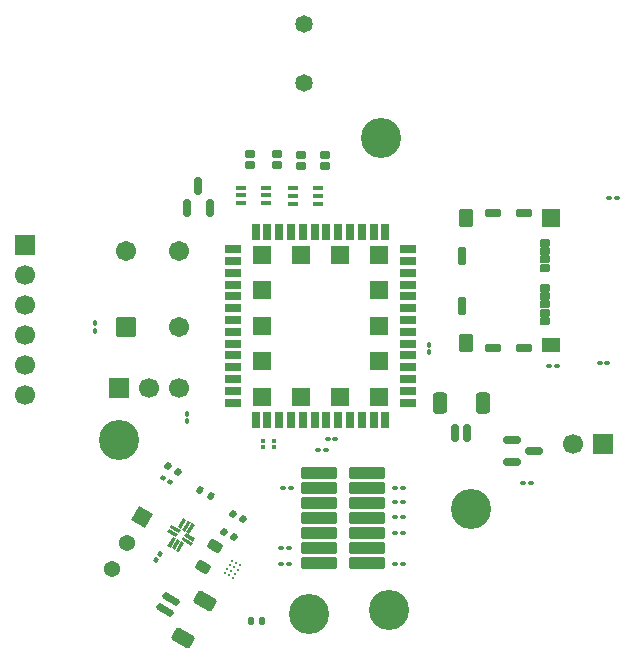
<source format=gbr>
%TF.GenerationSoftware,KiCad,Pcbnew,9.0.2*%
%TF.CreationDate,2025-11-09T00:07:38+05:30*%
%TF.ProjectId,Nade,4e616465-2e6b-4696-9361-645f70636258,rev?*%
%TF.SameCoordinates,Original*%
%TF.FileFunction,Soldermask,Top*%
%TF.FilePolarity,Negative*%
%FSLAX46Y46*%
G04 Gerber Fmt 4.6, Leading zero omitted, Abs format (unit mm)*
G04 Created by KiCad (PCBNEW 9.0.2) date 2025-11-09 00:07:38*
%MOMM*%
%LPD*%
G01*
G04 APERTURE LIST*
G04 Aperture macros list*
%AMRoundRect*
0 Rectangle with rounded corners*
0 $1 Rounding radius*
0 $2 $3 $4 $5 $6 $7 $8 $9 X,Y pos of 4 corners*
0 Add a 4 corners polygon primitive as box body*
4,1,4,$2,$3,$4,$5,$6,$7,$8,$9,$2,$3,0*
0 Add four circle primitives for the rounded corners*
1,1,$1+$1,$2,$3*
1,1,$1+$1,$4,$5*
1,1,$1+$1,$6,$7*
1,1,$1+$1,$8,$9*
0 Add four rect primitives between the rounded corners*
20,1,$1+$1,$2,$3,$4,$5,0*
20,1,$1+$1,$4,$5,$6,$7,0*
20,1,$1+$1,$6,$7,$8,$9,0*
20,1,$1+$1,$8,$9,$2,$3,0*%
%AMRotRect*
0 Rectangle, with rotation*
0 The origin of the aperture is its center*
0 $1 length*
0 $2 width*
0 $3 Rotation angle, in degrees counterclockwise*
0 Add horizontal line*
21,1,$1,$2,0,0,$3*%
G04 Aperture macros list end*
%ADD10C,0.000000*%
%ADD11R,1.700000X1.700000*%
%ADD12C,1.700000*%
%ADD13C,3.400000*%
%ADD14RoundRect,0.102000X0.315000X-0.255000X0.315000X0.255000X-0.315000X0.255000X-0.315000X-0.255000X0*%
%ADD15RoundRect,0.075000X-0.075000X0.125000X-0.075000X-0.125000X0.075000X-0.125000X0.075000X0.125000X0*%
%ADD16R,1.350000X0.650000*%
%ADD17R,0.650000X1.350000*%
%ADD18R,1.500000X1.500000*%
%ADD19RoundRect,0.100000X-0.130000X-0.100000X0.130000X-0.100000X0.130000X0.100000X-0.130000X0.100000X0*%
%ADD20RoundRect,0.100000X0.100000X-0.130000X0.100000X0.130000X-0.100000X0.130000X-0.100000X-0.130000X0*%
%ADD21RotRect,1.371600X1.371600X330.000000*%
%ADD22C,1.371600*%
%ADD23RoundRect,0.100000X0.130000X0.100000X-0.130000X0.100000X-0.130000X-0.100000X0.130000X-0.100000X0*%
%ADD24RoundRect,0.140000X-0.206244X-0.077224X0.036244X-0.217224X0.206244X0.077224X-0.036244X0.217224X0*%
%ADD25RoundRect,0.102000X0.350000X-0.225000X0.350000X0.225000X-0.350000X0.225000X-0.350000X-0.225000X0*%
%ADD26RoundRect,0.102000X0.700000X-0.475000X0.700000X0.475000X-0.700000X0.475000X-0.700000X-0.475000X0*%
%ADD27RoundRect,0.102000X0.700000X-0.650000X0.700000X0.650000X-0.700000X0.650000X-0.700000X-0.650000X0*%
%ADD28RoundRect,0.102000X0.600000X-0.200000X0.600000X0.200000X-0.600000X0.200000X-0.600000X-0.200000X0*%
%ADD29RoundRect,0.102000X0.500000X-0.650000X0.500000X0.650000X-0.500000X0.650000X-0.500000X-0.650000X0*%
%ADD30RoundRect,0.102000X0.200000X-0.700000X0.200000X0.700000X-0.200000X0.700000X-0.200000X-0.700000X0*%
%ADD31RoundRect,0.102000X0.749000X-0.749000X0.749000X0.749000X-0.749000X0.749000X-0.749000X-0.749000X0*%
%ADD32C,1.702000*%
%ADD33RoundRect,0.218750X0.220797X-0.380068X0.439547X-0.001182X-0.220797X0.380068X-0.439547X0.001182X0*%
%ADD34R,0.838200X0.355600*%
%ADD35RoundRect,0.150000X-0.587500X-0.150000X0.587500X-0.150000X0.587500X0.150000X-0.587500X0.150000X0*%
%ADD36RoundRect,0.140000X-0.140000X-0.170000X0.140000X-0.170000X0.140000X0.170000X-0.140000X0.170000X0*%
%ADD37RoundRect,0.075000X0.075000X-0.125000X0.075000X0.125000X-0.075000X0.125000X-0.075000X-0.125000X0*%
%ADD38RoundRect,0.150000X-0.150000X-0.625000X0.150000X-0.625000X0.150000X0.625000X-0.150000X0.625000X0*%
%ADD39RoundRect,0.250000X-0.350000X-0.650000X0.350000X-0.650000X0.350000X0.650000X-0.350000X0.650000X0*%
%ADD40RoundRect,0.100000X-0.162583X-0.021603X0.062583X-0.151603X0.162583X0.021603X-0.062583X0.151603X0*%
%ADD41RoundRect,0.100000X-0.021603X0.162583X-0.151603X-0.062583X0.021603X-0.162583X0.151603X0.062583X0*%
%ADD42RoundRect,0.150000X0.150000X-0.587500X0.150000X0.587500X-0.150000X0.587500X-0.150000X-0.587500X0*%
%ADD43C,1.484000*%
%ADD44RoundRect,0.100000X-0.100000X0.130000X-0.100000X-0.130000X0.100000X-0.130000X0.100000X0.130000X0*%
%ADD45RoundRect,0.135000X-0.209413X-0.092715X0.024413X-0.227715X0.209413X0.092715X-0.024413X0.227715X0*%
%ADD46C,0.228600*%
%ADD47RotRect,0.200000X0.799224X240.000000*%
%ADD48RotRect,0.200000X0.800000X240.000000*%
%ADD49RotRect,0.200000X0.800000X150.000000*%
%ADD50RoundRect,0.150000X-0.466266X0.442404X-0.616266X0.182596X0.466266X-0.442404X0.616266X-0.182596X0*%
%ADD51RoundRect,0.250000X-0.387917X0.628109X-0.737917X0.021891X0.387917X-0.628109X0.737917X-0.021891X0*%
%ADD52RoundRect,0.102000X-1.395000X0.370000X-1.395000X-0.370000X1.395000X-0.370000X1.395000X0.370000X0*%
G04 APERTURE END LIST*
D10*
%TO.C,U2*%
G36*
X120954785Y-120345940D02*
G01*
X120504786Y-121125361D01*
X120244979Y-120975361D01*
X120694978Y-120195940D01*
X120954785Y-120345940D01*
G37*
G36*
X121301195Y-120545940D02*
G01*
X120851196Y-121325361D01*
X120591388Y-121175361D01*
X121041387Y-120395940D01*
X121301195Y-120545940D01*
G37*
G36*
X121154788Y-119999474D02*
G01*
X121004788Y-120259280D01*
X120225367Y-119809281D01*
X120375367Y-119549475D01*
X121154788Y-119999474D01*
G37*
G36*
X121647604Y-120745939D02*
G01*
X121197605Y-121525360D01*
X120937798Y-121375361D01*
X121387797Y-120595940D01*
X121647604Y-120745939D01*
G37*
G36*
X121354788Y-119653064D02*
G01*
X121204788Y-119912871D01*
X120425367Y-119462872D01*
X120575367Y-119203065D01*
X121354788Y-119653064D01*
G37*
G36*
X121854834Y-118787009D02*
G01*
X121404835Y-119566430D01*
X121145028Y-119416431D01*
X121595027Y-118637010D01*
X121854834Y-118787009D01*
G37*
G36*
X122201244Y-118987009D02*
G01*
X121751245Y-119766430D01*
X121491437Y-119616430D01*
X121941436Y-118837009D01*
X122201244Y-118987009D01*
G37*
G36*
X122547653Y-119187009D02*
G01*
X122097654Y-119966430D01*
X121837847Y-119816430D01*
X122287846Y-119037009D01*
X122547653Y-119187009D01*
G37*
G36*
X122367265Y-120699498D02*
G01*
X122217265Y-120959305D01*
X121437844Y-120509306D01*
X121587844Y-120249499D01*
X122367265Y-120699498D01*
G37*
G36*
X122567265Y-120353089D02*
G01*
X122417265Y-120612895D01*
X121637844Y-120162896D01*
X121787844Y-119903090D01*
X122567265Y-120353089D01*
G37*
%TD*%
D11*
%TO.C,J7*%
X108195000Y-95521410D03*
D12*
X108195000Y-98061410D03*
X108195000Y-100601410D03*
X108195000Y-103141410D03*
X108195000Y-105681410D03*
X108195000Y-108221410D03*
%TD*%
D13*
%TO.C,TP5*%
X145907115Y-117825000D03*
%TD*%
%TO.C,TP4*%
X139025000Y-126375000D03*
%TD*%
%TO.C,TP3*%
X132225000Y-126725000D03*
%TD*%
%TO.C,TP2*%
X138325000Y-86475000D03*
%TD*%
%TO.C,TP1*%
X116125000Y-112025000D03*
%TD*%
D14*
%TO.C,D4*%
X131555000Y-87865000D03*
X131555000Y-88785000D03*
%TD*%
D15*
%TO.C,R11*%
X128325001Y-112125001D03*
X128324999Y-112624999D03*
%TD*%
D16*
%TO.C,MCU1*%
X125780000Y-95850000D03*
X125780000Y-96850000D03*
X125780000Y-97850000D03*
X125780000Y-98850000D03*
X125780000Y-99850000D03*
X125780000Y-100850000D03*
X125780000Y-101850000D03*
X125780000Y-102850000D03*
X125780000Y-103850000D03*
X125780000Y-104850000D03*
X125780000Y-105850000D03*
X125780000Y-106850000D03*
X125780000Y-107850000D03*
X125780000Y-108850000D03*
D17*
X127700000Y-110280000D03*
X128700000Y-110280000D03*
X129700000Y-110280000D03*
X130700000Y-110280000D03*
X131700000Y-110280000D03*
X132700000Y-110280000D03*
X133700000Y-110280000D03*
X134700000Y-110280000D03*
X135700000Y-110280000D03*
X136700000Y-110280000D03*
X137700000Y-110280000D03*
X138700000Y-110280000D03*
D16*
X140620000Y-108850000D03*
X140620000Y-107850000D03*
X140620000Y-106850000D03*
X140620000Y-105850000D03*
X140620000Y-104850000D03*
X140620000Y-103850000D03*
X140620000Y-102850000D03*
X140620000Y-101850000D03*
X140620000Y-100850000D03*
X140620000Y-99850000D03*
X140620000Y-98850000D03*
X140620000Y-97850000D03*
X140620000Y-96850000D03*
X140620000Y-95850000D03*
D17*
X138700000Y-94420000D03*
X137700000Y-94420000D03*
X136700000Y-94420000D03*
X135700000Y-94420000D03*
X134700000Y-94420000D03*
X133700000Y-94420000D03*
X132700000Y-94420000D03*
X131700000Y-94420000D03*
X130700000Y-94420000D03*
X129700000Y-94420000D03*
X128700000Y-94420000D03*
X127700000Y-94420000D03*
D18*
X128250000Y-96350000D03*
X128250000Y-99350000D03*
X128250000Y-102350000D03*
X128250000Y-105350000D03*
X128250000Y-108350000D03*
X131550000Y-108350000D03*
X134850000Y-108350000D03*
X138150000Y-108350000D03*
X138150000Y-105350000D03*
X138150000Y-102350000D03*
X138150000Y-99350000D03*
X138150000Y-96350000D03*
X134850000Y-96350000D03*
X131550000Y-96350000D03*
%TD*%
D19*
%TO.C,R18*%
X150355000Y-115675000D03*
X150995000Y-115675000D03*
%TD*%
%TO.C,R4*%
X139535000Y-117275000D03*
X140175000Y-117275000D03*
%TD*%
D20*
%TO.C,C2*%
X142373063Y-104581221D03*
X142373063Y-103941221D03*
%TD*%
D19*
%TO.C,R13*%
X156845375Y-105455881D03*
X157485375Y-105455881D03*
%TD*%
D21*
%TO.C,SW2*%
X118060857Y-118527911D03*
D22*
X116790857Y-120727616D03*
X115520857Y-122927320D03*
%TD*%
D14*
%TO.C,D1*%
X129510000Y-87840000D03*
X129510000Y-88760000D03*
%TD*%
D23*
%TO.C,C1*%
X130695000Y-116075000D03*
X130055000Y-116075000D03*
%TD*%
D24*
%TO.C,C5*%
X120269308Y-114245000D03*
X121100692Y-114725000D03*
%TD*%
D25*
%TO.C,J5*%
X152206594Y-100526013D03*
D26*
X152746593Y-103981014D03*
D27*
X152746594Y-93206014D03*
D28*
X150446594Y-92756013D03*
X147846596Y-92756014D03*
D29*
X145486596Y-93206012D03*
D30*
X145186594Y-96396014D03*
X145186592Y-100646015D03*
D29*
X145486595Y-103806016D03*
D28*
X147846594Y-104256012D03*
X150446594Y-104256013D03*
D25*
X152206594Y-95326013D03*
X152206594Y-96026013D03*
X152206594Y-96726013D03*
X152206593Y-97426014D03*
X152206595Y-99126013D03*
X152206596Y-99826012D03*
X152206594Y-101226013D03*
X152206593Y-101926011D03*
%TD*%
D19*
%TO.C,C3*%
X133828062Y-111945678D03*
X134468062Y-111945678D03*
%TD*%
D23*
%TO.C,R1*%
X130495000Y-121175000D03*
X129855000Y-121175000D03*
%TD*%
D14*
%TO.C,D2*%
X127210000Y-87820000D03*
X127210000Y-88740000D03*
%TD*%
D24*
%TO.C,C9*%
X125769308Y-118255000D03*
X126600692Y-118735000D03*
%TD*%
D23*
%TO.C,R2*%
X130515000Y-122545000D03*
X129875000Y-122545000D03*
%TD*%
D31*
%TO.C,SW1*%
X116695000Y-102485000D03*
D32*
X116695000Y-95985000D03*
X121195000Y-102485000D03*
X121195000Y-95985000D03*
%TD*%
D33*
%TO.C,L1*%
X123243750Y-122795152D03*
X124306250Y-120954848D03*
%TD*%
D34*
%TO.C,U5*%
X132952100Y-92010498D03*
X132952100Y-91360500D03*
X132952102Y-90710501D03*
X130869300Y-90710502D03*
X130869300Y-91360500D03*
X130869298Y-92010499D03*
%TD*%
D19*
%TO.C,R3*%
X139535000Y-116085000D03*
X140175000Y-116085000D03*
%TD*%
D35*
%TO.C,Q2*%
X151271270Y-112935000D03*
X149396270Y-111985000D03*
X149396270Y-113885000D03*
%TD*%
D34*
%TO.C,U4*%
X126469300Y-90643501D03*
X126469300Y-91293500D03*
X126469300Y-91943499D03*
X128552100Y-91943499D03*
X128552100Y-91293500D03*
X128552100Y-90643501D03*
%TD*%
D23*
%TO.C,R15*%
X153184511Y-105785171D03*
X152544511Y-105785171D03*
%TD*%
D36*
%TO.C,C7*%
X127305000Y-127355000D03*
X128265000Y-127355000D03*
%TD*%
D20*
%TO.C,R8*%
X121925000Y-110425000D03*
X121925000Y-109785000D03*
%TD*%
D37*
%TO.C,R12*%
X129246159Y-112626135D03*
X129246157Y-112126137D03*
%TD*%
D38*
%TO.C,J3*%
X144625001Y-111400004D03*
X145625000Y-111400000D03*
D39*
X143325001Y-108875000D03*
X146924998Y-108875002D03*
%TD*%
D19*
%TO.C,R7*%
X139545000Y-122475000D03*
X140185000Y-122475000D03*
%TD*%
%TO.C,R5*%
X139545000Y-118570000D03*
X140185000Y-118570000D03*
%TD*%
D14*
%TO.C,D3*%
X133574999Y-87890000D03*
X133574999Y-88810000D03*
%TD*%
D40*
%TO.C,C6*%
X119897872Y-115215000D03*
X120452128Y-115535000D03*
%TD*%
D41*
%TO.C,C10*%
X119635000Y-121647872D03*
X119315000Y-122202128D03*
%TD*%
D42*
%TO.C,Q1*%
X122855000Y-90472500D03*
X121905001Y-92347501D03*
X123805000Y-92347500D03*
%TD*%
D11*
%TO.C,J2*%
X116125000Y-107575000D03*
D12*
X118665000Y-107575000D03*
X121205000Y-107575000D03*
%TD*%
D43*
%TO.C,LS1*%
X131774999Y-76825000D03*
X131775001Y-81825000D03*
%TD*%
D19*
%TO.C,R6*%
X139545000Y-119885000D03*
X140185000Y-119885000D03*
%TD*%
D44*
%TO.C,R9*%
X114085000Y-102105000D03*
X114085000Y-102745000D03*
%TD*%
D45*
%TO.C,R10*%
X123033327Y-116220000D03*
X123916673Y-116730000D03*
%TD*%
D11*
%TO.C,J6*%
X157125000Y-112375000D03*
D12*
X154584996Y-112374999D03*
%TD*%
D46*
%TO.C,U1*%
X125796663Y-123678598D03*
X125450253Y-123478598D03*
X125103843Y-123278598D03*
X125996663Y-123332188D03*
X125650253Y-123132188D03*
X125303843Y-122932188D03*
X126196663Y-122985778D03*
X125850253Y-122785778D03*
X125503843Y-122585778D03*
X126396663Y-122639368D03*
X126050253Y-122439368D03*
X125703843Y-122239368D03*
%TD*%
D47*
%TO.C,U2*%
X121902198Y-120604196D03*
D48*
X122102555Y-120257992D03*
D49*
X122192750Y-119501719D03*
X121846340Y-119301721D03*
X121499931Y-119101720D03*
D48*
X120890077Y-119557968D03*
X120690077Y-119904378D03*
D49*
X120599882Y-120660651D03*
X120946292Y-120860649D03*
X121292701Y-121060650D03*
%TD*%
D23*
%TO.C,C4*%
X133643062Y-112830134D03*
X133003062Y-112830134D03*
%TD*%
D19*
%TO.C,R14*%
X157650580Y-91519814D03*
X158290580Y-91519814D03*
%TD*%
D50*
%TO.C,J4*%
X120548268Y-125507290D03*
X120048269Y-126373316D03*
D51*
X123384983Y-125643958D03*
X121584982Y-128761648D03*
%TD*%
D24*
%TO.C,C8*%
X125069308Y-119785000D03*
X125900692Y-120265000D03*
%TD*%
D52*
%TO.C,J1*%
X133100000Y-114795000D03*
X137170000Y-114795000D03*
X133100000Y-116064999D03*
X137170000Y-116064999D03*
X133100000Y-117335000D03*
X137170000Y-117335000D03*
X133100000Y-118605000D03*
X137170000Y-118605000D03*
X133100000Y-119875000D03*
X137170000Y-119875000D03*
X133100000Y-121145001D03*
X137170000Y-121145001D03*
X133100000Y-122415000D03*
X137170000Y-122415000D03*
%TD*%
M02*

</source>
